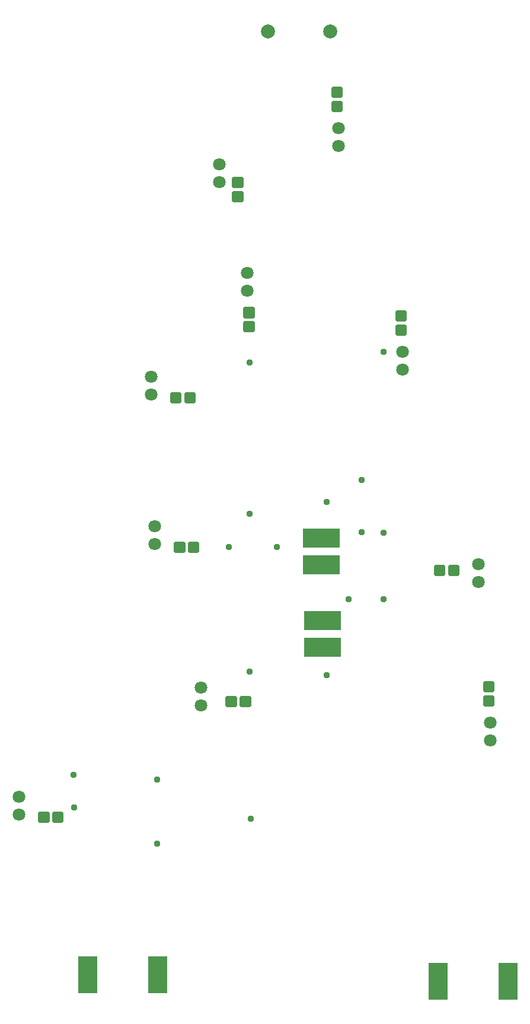
<source format=gbr>
G04 EAGLE Gerber RS-274X export*
G75*
%MOMM*%
%FSLAX34Y34*%
%LPD*%
%INSoldermask Bottom*%
%IPPOS*%
%AMOC8*
5,1,8,0,0,1.08239X$1,22.5*%
G01*
%ADD10R,2.743200X5.283200*%
%ADD11R,5.283200X2.743200*%
%ADD12C,2.003200*%
%ADD13C,1.803200*%
%ADD14C,0.480959*%
%ADD15C,0.959600*%


D10*
X624530Y36210D03*
X724530Y36210D03*
X224530Y45410D03*
X124530Y45410D03*
D11*
X458460Y630330D03*
X458460Y668430D03*
X459730Y512690D03*
X459730Y550790D03*
D12*
X470800Y1391500D03*
D13*
X286600Y454800D03*
X286600Y429400D03*
X214900Y898300D03*
X214900Y872900D03*
X220200Y685100D03*
X220200Y659700D03*
X352700Y1046500D03*
X352700Y1021100D03*
X682700Y605500D03*
X682700Y630900D03*
X482800Y1227900D03*
X482800Y1253300D03*
X312500Y1201800D03*
X312500Y1176400D03*
X699600Y379600D03*
X699600Y405000D03*
X26300Y299300D03*
X26300Y273900D03*
X574100Y909100D03*
X574100Y934500D03*
D12*
X381900Y1391500D03*
D14*
X335111Y429589D02*
X323889Y429589D01*
X323889Y440811D01*
X335111Y440811D01*
X335111Y429589D01*
X335111Y434158D02*
X323889Y434158D01*
X323889Y438727D02*
X335111Y438727D01*
X344079Y429589D02*
X355301Y429589D01*
X344079Y429589D02*
X344079Y440811D01*
X355301Y440811D01*
X355301Y429589D01*
X355301Y434158D02*
X344079Y434158D01*
X344079Y438727D02*
X355301Y438727D01*
X256011Y863189D02*
X244789Y863189D01*
X244789Y874411D01*
X256011Y874411D01*
X256011Y863189D01*
X256011Y867758D02*
X244789Y867758D01*
X244789Y872327D02*
X256011Y872327D01*
X264979Y863189D02*
X276201Y863189D01*
X264979Y863189D02*
X264979Y874411D01*
X276201Y874411D01*
X276201Y863189D01*
X276201Y867758D02*
X264979Y867758D01*
X264979Y872327D02*
X276201Y872327D01*
X261311Y649989D02*
X250089Y649989D01*
X250089Y661211D01*
X261311Y661211D01*
X261311Y649989D01*
X261311Y654558D02*
X250089Y654558D01*
X250089Y659127D02*
X261311Y659127D01*
X270279Y649989D02*
X281501Y649989D01*
X270279Y649989D02*
X270279Y661211D01*
X281501Y661211D01*
X281501Y649989D01*
X281501Y654558D02*
X270279Y654558D01*
X270279Y659127D02*
X281501Y659127D01*
X349289Y984589D02*
X349289Y995811D01*
X360511Y995811D01*
X360511Y984589D01*
X349289Y984589D01*
X349289Y989158D02*
X360511Y989158D01*
X360511Y993727D02*
X349289Y993727D01*
X349289Y975621D02*
X349289Y964399D01*
X349289Y975621D02*
X360511Y975621D01*
X360511Y964399D01*
X349289Y964399D01*
X349289Y968968D02*
X360511Y968968D01*
X360511Y973537D02*
X349289Y973537D01*
X641589Y627911D02*
X652811Y627911D01*
X652811Y616689D01*
X641589Y616689D01*
X641589Y627911D01*
X641589Y621258D02*
X652811Y621258D01*
X652811Y625827D02*
X641589Y625827D01*
X632621Y627911D02*
X621399Y627911D01*
X632621Y627911D02*
X632621Y616689D01*
X621399Y616689D01*
X621399Y627911D01*
X621399Y621258D02*
X632621Y621258D01*
X632621Y625827D02*
X621399Y625827D01*
X486211Y1278589D02*
X486211Y1289811D01*
X486211Y1278589D02*
X474989Y1278589D01*
X474989Y1289811D01*
X486211Y1289811D01*
X486211Y1283158D02*
X474989Y1283158D01*
X474989Y1287727D02*
X486211Y1287727D01*
X486211Y1298779D02*
X486211Y1310001D01*
X486211Y1298779D02*
X474989Y1298779D01*
X474989Y1310001D01*
X486211Y1310001D01*
X486211Y1303348D02*
X474989Y1303348D01*
X474989Y1307917D02*
X486211Y1307917D01*
X333089Y1181411D02*
X333089Y1170189D01*
X333089Y1181411D02*
X344311Y1181411D01*
X344311Y1170189D01*
X333089Y1170189D01*
X333089Y1174758D02*
X344311Y1174758D01*
X344311Y1179327D02*
X333089Y1179327D01*
X333089Y1161221D02*
X333089Y1149999D01*
X333089Y1161221D02*
X344311Y1161221D01*
X344311Y1149999D01*
X333089Y1149999D01*
X333089Y1154568D02*
X344311Y1154568D01*
X344311Y1159137D02*
X333089Y1159137D01*
X703011Y441511D02*
X703011Y430289D01*
X691789Y430289D01*
X691789Y441511D01*
X703011Y441511D01*
X703011Y434858D02*
X691789Y434858D01*
X691789Y439427D02*
X703011Y439427D01*
X703011Y450479D02*
X703011Y461701D01*
X703011Y450479D02*
X691789Y450479D01*
X691789Y461701D01*
X703011Y461701D01*
X703011Y455048D02*
X691789Y455048D01*
X691789Y459617D02*
X703011Y459617D01*
X67411Y264189D02*
X56189Y264189D01*
X56189Y275411D01*
X67411Y275411D01*
X67411Y264189D01*
X67411Y268758D02*
X56189Y268758D01*
X56189Y273327D02*
X67411Y273327D01*
X76379Y264189D02*
X87601Y264189D01*
X76379Y264189D02*
X76379Y275411D01*
X87601Y275411D01*
X87601Y264189D01*
X87601Y268758D02*
X76379Y268758D01*
X76379Y273327D02*
X87601Y273327D01*
X577511Y959789D02*
X577511Y971011D01*
X577511Y959789D02*
X566289Y959789D01*
X566289Y971011D01*
X577511Y971011D01*
X577511Y964358D02*
X566289Y964358D01*
X566289Y968927D02*
X577511Y968927D01*
X577511Y979979D02*
X577511Y991201D01*
X577511Y979979D02*
X566289Y979979D01*
X566289Y991201D01*
X577511Y991201D01*
X577511Y984548D02*
X566289Y984548D01*
X566289Y989117D02*
X577511Y989117D01*
D15*
X104000Y331000D03*
X105000Y284000D03*
X516000Y677000D03*
X516000Y751000D03*
X224000Y232000D03*
X224000Y324000D03*
X395000Y656000D03*
X326000Y656000D03*
X497000Y581000D03*
X547000Y581000D03*
X356000Y919000D03*
X356000Y703000D03*
X356000Y478000D03*
X357000Y268000D03*
X547000Y676000D03*
X547000Y934000D03*
X466000Y720000D03*
X466000Y473000D03*
M02*

</source>
